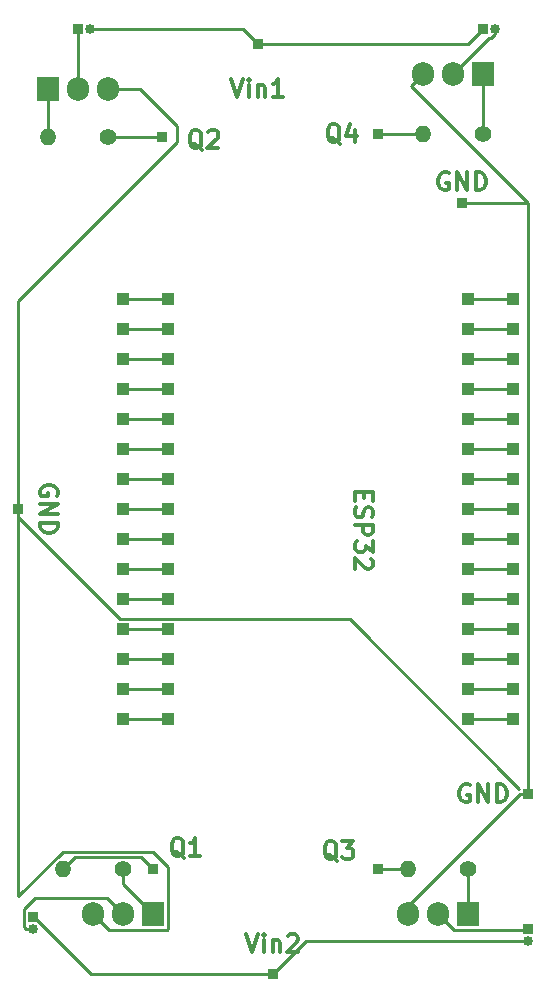
<source format=gbr>
%TF.GenerationSoftware,KiCad,Pcbnew,(5.1.10)-1*%
%TF.CreationDate,2021-10-03T01:52:34+02:00*%
%TF.ProjectId,no 1,6e6f2031-2e6b-4696-9361-645f70636258,rev?*%
%TF.SameCoordinates,Original*%
%TF.FileFunction,Copper,L1,Top*%
%TF.FilePolarity,Positive*%
%FSLAX46Y46*%
G04 Gerber Fmt 4.6, Leading zero omitted, Abs format (unit mm)*
G04 Created by KiCad (PCBNEW (5.1.10)-1) date 2021-10-03 01:52:34*
%MOMM*%
%LPD*%
G01*
G04 APERTURE LIST*
%TA.AperFunction,NonConductor*%
%ADD10C,0.300000*%
%TD*%
%TA.AperFunction,ComponentPad*%
%ADD11O,1.400000X1.400000*%
%TD*%
%TA.AperFunction,ComponentPad*%
%ADD12C,1.400000*%
%TD*%
%TA.AperFunction,ComponentPad*%
%ADD13R,0.850000X0.850000*%
%TD*%
%TA.AperFunction,ComponentPad*%
%ADD14R,1.000000X1.000000*%
%TD*%
%TA.AperFunction,ComponentPad*%
%ADD15R,1.905000X2.000000*%
%TD*%
%TA.AperFunction,ComponentPad*%
%ADD16O,1.905000X2.000000*%
%TD*%
%TA.AperFunction,ComponentPad*%
%ADD17O,0.850000X0.850000*%
%TD*%
%TA.AperFunction,Conductor*%
%ADD18C,0.250000*%
%TD*%
G04 APERTURE END LIST*
D10*
X218805142Y-137727428D02*
X218662285Y-137656000D01*
X218519428Y-137513142D01*
X218305142Y-137298857D01*
X218162285Y-137227428D01*
X218019428Y-137227428D01*
X218090857Y-137584571D02*
X217948000Y-137513142D01*
X217805142Y-137370285D01*
X217733714Y-137084571D01*
X217733714Y-136584571D01*
X217805142Y-136298857D01*
X217948000Y-136156000D01*
X218090857Y-136084571D01*
X218376571Y-136084571D01*
X218519428Y-136156000D01*
X218662285Y-136298857D01*
X218733714Y-136584571D01*
X218733714Y-137084571D01*
X218662285Y-137370285D01*
X218519428Y-137513142D01*
X218376571Y-137584571D01*
X218090857Y-137584571D01*
X219233714Y-136084571D02*
X220162285Y-136084571D01*
X219662285Y-136656000D01*
X219876571Y-136656000D01*
X220019428Y-136727428D01*
X220090857Y-136798857D01*
X220162285Y-136941714D01*
X220162285Y-137298857D01*
X220090857Y-137441714D01*
X220019428Y-137513142D01*
X219876571Y-137584571D01*
X219448000Y-137584571D01*
X219305142Y-137513142D01*
X219233714Y-137441714D01*
X205851142Y-137473428D02*
X205708285Y-137402000D01*
X205565428Y-137259142D01*
X205351142Y-137044857D01*
X205208285Y-136973428D01*
X205065428Y-136973428D01*
X205136857Y-137330571D02*
X204994000Y-137259142D01*
X204851142Y-137116285D01*
X204779714Y-136830571D01*
X204779714Y-136330571D01*
X204851142Y-136044857D01*
X204994000Y-135902000D01*
X205136857Y-135830571D01*
X205422571Y-135830571D01*
X205565428Y-135902000D01*
X205708285Y-136044857D01*
X205779714Y-136330571D01*
X205779714Y-136830571D01*
X205708285Y-137116285D01*
X205565428Y-137259142D01*
X205422571Y-137330571D01*
X205136857Y-137330571D01*
X207208285Y-137330571D02*
X206351142Y-137330571D01*
X206779714Y-137330571D02*
X206779714Y-135830571D01*
X206636857Y-136044857D01*
X206494000Y-136187714D01*
X206351142Y-136259142D01*
X219059142Y-77021428D02*
X218916285Y-76950000D01*
X218773428Y-76807142D01*
X218559142Y-76592857D01*
X218416285Y-76521428D01*
X218273428Y-76521428D01*
X218344857Y-76878571D02*
X218202000Y-76807142D01*
X218059142Y-76664285D01*
X217987714Y-76378571D01*
X217987714Y-75878571D01*
X218059142Y-75592857D01*
X218202000Y-75450000D01*
X218344857Y-75378571D01*
X218630571Y-75378571D01*
X218773428Y-75450000D01*
X218916285Y-75592857D01*
X218987714Y-75878571D01*
X218987714Y-76378571D01*
X218916285Y-76664285D01*
X218773428Y-76807142D01*
X218630571Y-76878571D01*
X218344857Y-76878571D01*
X220273428Y-75878571D02*
X220273428Y-76878571D01*
X219916285Y-75307142D02*
X219559142Y-76378571D01*
X220487714Y-76378571D01*
X207375142Y-77529428D02*
X207232285Y-77458000D01*
X207089428Y-77315142D01*
X206875142Y-77100857D01*
X206732285Y-77029428D01*
X206589428Y-77029428D01*
X206660857Y-77386571D02*
X206518000Y-77315142D01*
X206375142Y-77172285D01*
X206303714Y-76886571D01*
X206303714Y-76386571D01*
X206375142Y-76100857D01*
X206518000Y-75958000D01*
X206660857Y-75886571D01*
X206946571Y-75886571D01*
X207089428Y-75958000D01*
X207232285Y-76100857D01*
X207303714Y-76386571D01*
X207303714Y-76886571D01*
X207232285Y-77172285D01*
X207089428Y-77315142D01*
X206946571Y-77386571D01*
X206660857Y-77386571D01*
X207875142Y-76029428D02*
X207946571Y-75958000D01*
X208089428Y-75886571D01*
X208446571Y-75886571D01*
X208589428Y-75958000D01*
X208660857Y-76029428D01*
X208732285Y-76172285D01*
X208732285Y-76315142D01*
X208660857Y-76529428D01*
X207803714Y-77386571D01*
X208732285Y-77386571D01*
X228219142Y-79514000D02*
X228076285Y-79442571D01*
X227862000Y-79442571D01*
X227647714Y-79514000D01*
X227504857Y-79656857D01*
X227433428Y-79799714D01*
X227362000Y-80085428D01*
X227362000Y-80299714D01*
X227433428Y-80585428D01*
X227504857Y-80728285D01*
X227647714Y-80871142D01*
X227862000Y-80942571D01*
X228004857Y-80942571D01*
X228219142Y-80871142D01*
X228290571Y-80799714D01*
X228290571Y-80299714D01*
X228004857Y-80299714D01*
X228933428Y-80942571D02*
X228933428Y-79442571D01*
X229790571Y-80942571D01*
X229790571Y-79442571D01*
X230504857Y-80942571D02*
X230504857Y-79442571D01*
X230862000Y-79442571D01*
X231076285Y-79514000D01*
X231219142Y-79656857D01*
X231290571Y-79799714D01*
X231362000Y-80085428D01*
X231362000Y-80299714D01*
X231290571Y-80585428D01*
X231219142Y-80728285D01*
X231076285Y-80871142D01*
X230862000Y-80942571D01*
X230504857Y-80942571D01*
X221087142Y-106513714D02*
X221087142Y-107013714D01*
X220301428Y-107228000D02*
X220301428Y-106513714D01*
X221801428Y-106513714D01*
X221801428Y-107228000D01*
X220372857Y-107799428D02*
X220301428Y-108013714D01*
X220301428Y-108370857D01*
X220372857Y-108513714D01*
X220444285Y-108585142D01*
X220587142Y-108656571D01*
X220730000Y-108656571D01*
X220872857Y-108585142D01*
X220944285Y-108513714D01*
X221015714Y-108370857D01*
X221087142Y-108085142D01*
X221158571Y-107942285D01*
X221230000Y-107870857D01*
X221372857Y-107799428D01*
X221515714Y-107799428D01*
X221658571Y-107870857D01*
X221730000Y-107942285D01*
X221801428Y-108085142D01*
X221801428Y-108442285D01*
X221730000Y-108656571D01*
X220301428Y-109299428D02*
X221801428Y-109299428D01*
X221801428Y-109870857D01*
X221730000Y-110013714D01*
X221658571Y-110085142D01*
X221515714Y-110156571D01*
X221301428Y-110156571D01*
X221158571Y-110085142D01*
X221087142Y-110013714D01*
X221015714Y-109870857D01*
X221015714Y-109299428D01*
X221801428Y-110656571D02*
X221801428Y-111585142D01*
X221230000Y-111085142D01*
X221230000Y-111299428D01*
X221158571Y-111442285D01*
X221087142Y-111513714D01*
X220944285Y-111585142D01*
X220587142Y-111585142D01*
X220444285Y-111513714D01*
X220372857Y-111442285D01*
X220301428Y-111299428D01*
X220301428Y-110870857D01*
X220372857Y-110728000D01*
X220444285Y-110656571D01*
X221658571Y-112156571D02*
X221730000Y-112228000D01*
X221801428Y-112370857D01*
X221801428Y-112728000D01*
X221730000Y-112870857D01*
X221658571Y-112942285D01*
X221515714Y-113013714D01*
X221372857Y-113013714D01*
X221158571Y-112942285D01*
X220301428Y-112085142D01*
X220301428Y-113013714D01*
X211110000Y-143958571D02*
X211610000Y-145458571D01*
X212110000Y-143958571D01*
X212610000Y-145458571D02*
X212610000Y-144458571D01*
X212610000Y-143958571D02*
X212538571Y-144030000D01*
X212610000Y-144101428D01*
X212681428Y-144030000D01*
X212610000Y-143958571D01*
X212610000Y-144101428D01*
X213324285Y-144458571D02*
X213324285Y-145458571D01*
X213324285Y-144601428D02*
X213395714Y-144530000D01*
X213538571Y-144458571D01*
X213752857Y-144458571D01*
X213895714Y-144530000D01*
X213967142Y-144672857D01*
X213967142Y-145458571D01*
X214610000Y-144101428D02*
X214681428Y-144030000D01*
X214824285Y-143958571D01*
X215181428Y-143958571D01*
X215324285Y-144030000D01*
X215395714Y-144101428D01*
X215467142Y-144244285D01*
X215467142Y-144387142D01*
X215395714Y-144601428D01*
X214538571Y-145458571D01*
X215467142Y-145458571D01*
X209840000Y-71568571D02*
X210340000Y-73068571D01*
X210840000Y-71568571D01*
X211340000Y-73068571D02*
X211340000Y-72068571D01*
X211340000Y-71568571D02*
X211268571Y-71640000D01*
X211340000Y-71711428D01*
X211411428Y-71640000D01*
X211340000Y-71568571D01*
X211340000Y-71711428D01*
X212054285Y-72068571D02*
X212054285Y-73068571D01*
X212054285Y-72211428D02*
X212125714Y-72140000D01*
X212268571Y-72068571D01*
X212482857Y-72068571D01*
X212625714Y-72140000D01*
X212697142Y-72282857D01*
X212697142Y-73068571D01*
X214197142Y-73068571D02*
X213340000Y-73068571D01*
X213768571Y-73068571D02*
X213768571Y-71568571D01*
X213625714Y-71782857D01*
X213482857Y-71925714D01*
X213340000Y-71997142D01*
X229997142Y-131330000D02*
X229854285Y-131258571D01*
X229640000Y-131258571D01*
X229425714Y-131330000D01*
X229282857Y-131472857D01*
X229211428Y-131615714D01*
X229140000Y-131901428D01*
X229140000Y-132115714D01*
X229211428Y-132401428D01*
X229282857Y-132544285D01*
X229425714Y-132687142D01*
X229640000Y-132758571D01*
X229782857Y-132758571D01*
X229997142Y-132687142D01*
X230068571Y-132615714D01*
X230068571Y-132115714D01*
X229782857Y-132115714D01*
X230711428Y-132758571D02*
X230711428Y-131258571D01*
X231568571Y-132758571D01*
X231568571Y-131258571D01*
X232282857Y-132758571D02*
X232282857Y-131258571D01*
X232640000Y-131258571D01*
X232854285Y-131330000D01*
X232997142Y-131472857D01*
X233068571Y-131615714D01*
X233140000Y-131901428D01*
X233140000Y-132115714D01*
X233068571Y-132401428D01*
X232997142Y-132544285D01*
X232854285Y-132687142D01*
X232640000Y-132758571D01*
X232282857Y-132758571D01*
X195060000Y-106807142D02*
X195131428Y-106664285D01*
X195131428Y-106450000D01*
X195060000Y-106235714D01*
X194917142Y-106092857D01*
X194774285Y-106021428D01*
X194488571Y-105950000D01*
X194274285Y-105950000D01*
X193988571Y-106021428D01*
X193845714Y-106092857D01*
X193702857Y-106235714D01*
X193631428Y-106450000D01*
X193631428Y-106592857D01*
X193702857Y-106807142D01*
X193774285Y-106878571D01*
X194274285Y-106878571D01*
X194274285Y-106592857D01*
X193631428Y-107521428D02*
X195131428Y-107521428D01*
X193631428Y-108378571D01*
X195131428Y-108378571D01*
X193631428Y-109092857D02*
X195131428Y-109092857D01*
X195131428Y-109450000D01*
X195060000Y-109664285D01*
X194917142Y-109807142D01*
X194774285Y-109878571D01*
X194488571Y-109950000D01*
X194274285Y-109950000D01*
X193988571Y-109878571D01*
X193845714Y-109807142D01*
X193702857Y-109664285D01*
X193631428Y-109450000D01*
X193631428Y-109092857D01*
D11*
%TO.P,R2,2*%
%TO.N,Net-(Q2-Pad1)*%
X194310000Y-76454000D03*
D12*
%TO.P,R2,1*%
%TO.N,Net-(J5-Pad1)*%
X199390000Y-76454000D03*
%TD*%
D13*
%TO.P,J5,1*%
%TO.N,Net-(J5-Pad1)*%
X203962000Y-76454000D03*
%TD*%
%TO.P,J13,1*%
%TO.N,Net-(J10-Pad1)*%
X229362000Y-82042000D03*
%TD*%
D14*
%TO.P,J13,1*%
%TO.N,Net-(J13-Pad1)*%
X200660000Y-95250000D03*
%TD*%
%TO.P,J13,1*%
%TO.N,Net-(J13-Pad1)*%
X204470000Y-95250000D03*
%TD*%
%TO.P,J13,1*%
%TO.N,Net-(J13-Pad1)*%
X200660000Y-97790000D03*
%TD*%
%TO.P,J13,1*%
%TO.N,Net-(J13-Pad1)*%
X204470000Y-97790000D03*
%TD*%
%TO.P,J14,1*%
%TO.N,Net-(J13-Pad1)*%
X233680000Y-107950000D03*
%TD*%
%TO.P,J14,1*%
%TO.N,Net-(J13-Pad1)*%
X233680000Y-110490000D03*
%TD*%
%TO.P,J14,1*%
%TO.N,Net-(J13-Pad1)*%
X233680000Y-113030000D03*
%TD*%
%TO.P,J14,1*%
%TO.N,Net-(J13-Pad1)*%
X233680000Y-115570000D03*
%TD*%
%TO.P,J14,1*%
%TO.N,Net-(J13-Pad1)*%
X233680000Y-95250000D03*
%TD*%
%TO.P,J14,1*%
%TO.N,Net-(J13-Pad1)*%
X233680000Y-92710000D03*
%TD*%
%TO.P,J14,1*%
%TO.N,Net-(J13-Pad1)*%
X233680000Y-90170000D03*
%TD*%
%TO.P,J14,1*%
%TO.N,Net-(J13-Pad1)*%
X233680000Y-118110000D03*
%TD*%
%TO.P,J14,1*%
%TO.N,Net-(J13-Pad1)*%
X233680000Y-120650000D03*
%TD*%
%TO.P,J14,1*%
%TO.N,Net-(J13-Pad1)*%
X233680000Y-123190000D03*
%TD*%
%TO.P,J14,1*%
%TO.N,Net-(J13-Pad1)*%
X233680000Y-125730000D03*
%TD*%
%TO.P,J14,1*%
%TO.N,Net-(J13-Pad1)*%
X229870000Y-115570000D03*
%TD*%
%TO.P,J14,1*%
%TO.N,Net-(J13-Pad1)*%
X229870000Y-118110000D03*
%TD*%
%TO.P,J14,1*%
%TO.N,Net-(J13-Pad1)*%
X229870000Y-120650000D03*
%TD*%
%TO.P,J14,1*%
%TO.N,Net-(J13-Pad1)*%
X229870000Y-123190000D03*
%TD*%
%TO.P,J14,1*%
%TO.N,Net-(J13-Pad1)*%
X229870000Y-125730000D03*
%TD*%
%TO.P,J14,1*%
%TO.N,Net-(J13-Pad1)*%
X200660000Y-115570000D03*
%TD*%
%TO.P,J14,1*%
%TO.N,Net-(J13-Pad1)*%
X200660000Y-120650000D03*
%TD*%
%TO.P,J14,1*%
%TO.N,Net-(J13-Pad1)*%
X200660000Y-125730000D03*
%TD*%
%TO.P,J14,1*%
%TO.N,Net-(J13-Pad1)*%
X200660000Y-118110000D03*
%TD*%
%TO.P,J14,1*%
%TO.N,Net-(J13-Pad1)*%
X200660000Y-123190000D03*
%TD*%
%TO.P,J14,1*%
%TO.N,Net-(J13-Pad1)*%
X204470000Y-107950000D03*
%TD*%
%TO.P,J14,1*%
%TO.N,Net-(J13-Pad1)*%
X204470000Y-110490000D03*
%TD*%
%TO.P,J14,1*%
%TO.N,Net-(J13-Pad1)*%
X204470000Y-113030000D03*
%TD*%
%TO.P,J14,1*%
%TO.N,Net-(J13-Pad1)*%
X204470000Y-115570000D03*
%TD*%
%TO.P,J14,1*%
%TO.N,Net-(J13-Pad1)*%
X204470000Y-92710000D03*
%TD*%
%TO.P,J14,1*%
%TO.N,Net-(J13-Pad1)*%
X204470000Y-118110000D03*
%TD*%
%TO.P,J14,1*%
%TO.N,Net-(J13-Pad1)*%
X204470000Y-123190000D03*
%TD*%
%TO.P,J14,1*%
%TO.N,Net-(J13-Pad1)*%
X204470000Y-125730000D03*
%TD*%
%TO.P,J14,1*%
%TO.N,Net-(J13-Pad1)*%
X204470000Y-120650000D03*
%TD*%
%TO.P,J14,1*%
%TO.N,Net-(J13-Pad1)*%
X204470000Y-90170000D03*
%TD*%
%TO.P,J13,1*%
%TO.N,Net-(J13-Pad1)*%
X229870000Y-100330000D03*
%TD*%
%TO.P,J13,1*%
%TO.N,Net-(J13-Pad1)*%
X229870000Y-102870000D03*
%TD*%
%TO.P,J13,1*%
%TO.N,Net-(J13-Pad1)*%
X229870000Y-105410000D03*
%TD*%
%TO.P,J13,1*%
%TO.N,Net-(J13-Pad1)*%
X229870000Y-95250000D03*
%TD*%
%TO.P,J13,1*%
%TO.N,Net-(J13-Pad1)*%
X229870000Y-92710000D03*
%TD*%
%TO.P,J13,1*%
%TO.N,Net-(J13-Pad1)*%
X229870000Y-90170000D03*
%TD*%
%TO.P,J13,1*%
%TO.N,Net-(J13-Pad1)*%
X229870000Y-107950000D03*
%TD*%
%TO.P,J13,1*%
%TO.N,Net-(J13-Pad1)*%
X229870000Y-110490000D03*
%TD*%
%TO.P,J13,1*%
%TO.N,Net-(J13-Pad1)*%
X229870000Y-113030000D03*
%TD*%
%TO.P,J13,1*%
%TO.N,Net-(J13-Pad1)*%
X200660000Y-100330000D03*
%TD*%
%TO.P,J13,1*%
%TO.N,Net-(J13-Pad1)*%
X200660000Y-105410000D03*
%TD*%
%TO.P,J13,1*%
%TO.N,Net-(J13-Pad1)*%
X200660000Y-102870000D03*
%TD*%
%TO.P,J13,1*%
%TO.N,Net-(J13-Pad1)*%
X200660000Y-90170000D03*
%TD*%
%TO.P,J13,1*%
%TO.N,Net-(J13-Pad1)*%
X200660000Y-92710000D03*
%TD*%
%TO.P,J13,1*%
%TO.N,Net-(J13-Pad1)*%
X200660000Y-110490000D03*
%TD*%
%TO.P,J13,1*%
%TO.N,Net-(J13-Pad1)*%
X200660000Y-113030000D03*
%TD*%
%TO.P,J13,1*%
%TO.N,Net-(J13-Pad1)*%
X200660000Y-107950000D03*
%TD*%
%TO.P,J13,1*%
%TO.N,Net-(J13-Pad1)*%
X229870000Y-97790000D03*
%TD*%
%TO.P,J13,1*%
%TO.N,Net-(J13-Pad1)*%
X233680000Y-97790000D03*
%TD*%
%TO.P,J13,1*%
%TO.N,Net-(J13-Pad1)*%
X233680000Y-100330000D03*
%TD*%
%TO.P,J13,1*%
%TO.N,Net-(J13-Pad1)*%
X233680000Y-102870000D03*
%TD*%
%TO.P,J13,1*%
%TO.N,Net-(J13-Pad1)*%
X233680000Y-105410000D03*
%TD*%
%TO.P,J13,1*%
%TO.N,Net-(J13-Pad1)*%
X204470000Y-100330000D03*
%TD*%
%TO.P,J13,1*%
%TO.N,Net-(J13-Pad1)*%
X204470000Y-102870000D03*
%TD*%
%TO.P,J13,1*%
%TO.N,Net-(J13-Pad1)*%
X204470000Y-105410000D03*
%TD*%
D15*
%TO.P,Q4,1*%
%TO.N,Net-(Q4-Pad1)*%
X231140000Y-71120000D03*
D16*
%TO.P,Q4,2*%
%TO.N,Net-(J11-Pad2)*%
X228600000Y-71120000D03*
%TO.P,Q4,3*%
%TO.N,Net-(J10-Pad1)*%
X226060000Y-71120000D03*
%TD*%
D17*
%TO.P,J1,2*%
%TO.N,Net-(J1-Pad2)*%
X193040000Y-143510000D03*
D13*
%TO.P,J1,1*%
%TO.N,Net-(J1-Pad1)*%
X193040000Y-142510000D03*
%TD*%
%TO.P,J2,1*%
%TO.N,Net-(J2-Pad1)*%
X196850000Y-67310000D03*
D17*
%TO.P,J2,2*%
%TO.N,Net-(J11-Pad1)*%
X197850000Y-67310000D03*
%TD*%
D13*
%TO.P,J3,1*%
%TO.N,Net-(J10-Pad1)*%
X191770000Y-107950000D03*
%TD*%
%TO.P,J4,1*%
%TO.N,Net-(J4-Pad1)*%
X203200000Y-138430000D03*
%TD*%
%TO.P,J6,1*%
%TO.N,Net-(J1-Pad1)*%
X213360000Y-147320000D03*
%TD*%
%TO.P,J7,1*%
%TO.N,Net-(J11-Pad1)*%
X212090000Y-68580000D03*
%TD*%
%TO.P,J8,1*%
%TO.N,Net-(J8-Pad1)*%
X222250000Y-76200000D03*
%TD*%
%TO.P,J9,1*%
%TO.N,Net-(J9-Pad1)*%
X222250000Y-138430000D03*
%TD*%
%TO.P,J10,1*%
%TO.N,Net-(J10-Pad1)*%
X234950000Y-132080000D03*
%TD*%
D17*
%TO.P,J11,2*%
%TO.N,Net-(J11-Pad2)*%
X232140000Y-67310000D03*
D13*
%TO.P,J11,1*%
%TO.N,Net-(J11-Pad1)*%
X231140000Y-67310000D03*
%TD*%
%TO.P,J12,1*%
%TO.N,Net-(J12-Pad1)*%
X234950000Y-143510000D03*
D17*
%TO.P,J12,2*%
%TO.N,Net-(J1-Pad1)*%
X234950000Y-144510000D03*
%TD*%
D15*
%TO.P,Q1,1*%
%TO.N,Net-(Q1-Pad1)*%
X203200000Y-142240000D03*
D16*
%TO.P,Q1,2*%
%TO.N,Net-(J1-Pad2)*%
X200660000Y-142240000D03*
%TO.P,Q1,3*%
%TO.N,Net-(J10-Pad1)*%
X198120000Y-142240000D03*
%TD*%
%TO.P,Q2,3*%
%TO.N,Net-(J10-Pad1)*%
X199390000Y-72390000D03*
%TO.P,Q2,2*%
%TO.N,Net-(J2-Pad1)*%
X196850000Y-72390000D03*
D15*
%TO.P,Q2,1*%
%TO.N,Net-(Q2-Pad1)*%
X194310000Y-72390000D03*
%TD*%
%TO.P,Q3,1*%
%TO.N,Net-(Q3-Pad1)*%
X229870000Y-142240000D03*
D16*
%TO.P,Q3,2*%
%TO.N,Net-(J12-Pad1)*%
X227330000Y-142240000D03*
%TO.P,Q3,3*%
%TO.N,Net-(J10-Pad1)*%
X224790000Y-142240000D03*
%TD*%
D11*
%TO.P,R1,2*%
%TO.N,Net-(J4-Pad1)*%
X195580000Y-138430000D03*
D12*
%TO.P,R1,1*%
%TO.N,Net-(Q1-Pad1)*%
X200660000Y-138430000D03*
%TD*%
%TO.P,R3,1*%
%TO.N,Net-(Q3-Pad1)*%
X229870000Y-138430000D03*
D11*
%TO.P,R3,2*%
%TO.N,Net-(J9-Pad1)*%
X224790000Y-138430000D03*
%TD*%
%TO.P,R4,2*%
%TO.N,Net-(J8-Pad1)*%
X226060000Y-76200000D03*
D12*
%TO.P,R4,1*%
%TO.N,Net-(Q4-Pad1)*%
X231140000Y-76200000D03*
%TD*%
D18*
%TO.N,Net-(J1-Pad2)*%
X199334990Y-140914990D02*
X200660000Y-142240000D01*
X193200008Y-140914990D02*
X199334990Y-140914990D01*
X192289999Y-141824999D02*
X193200008Y-140914990D01*
X192289999Y-143361039D02*
X192289999Y-141824999D01*
X192438960Y-143510000D02*
X192289999Y-143361039D01*
X193040000Y-143510000D02*
X192438960Y-143510000D01*
%TO.N,Net-(J1-Pad1)*%
X216170000Y-144510000D02*
X213360000Y-147320000D01*
X234950000Y-144510000D02*
X216170000Y-144510000D01*
X193150002Y-142510000D02*
X193040000Y-142510000D01*
X197960002Y-147320000D02*
X193150002Y-142510000D01*
X213360000Y-147320000D02*
X197960002Y-147320000D01*
%TO.N,Net-(J2-Pad1)*%
X196850000Y-67310000D02*
X196850000Y-72390000D01*
%TO.N,Net-(J11-Pad1)*%
X210820000Y-67310000D02*
X212090000Y-68580000D01*
X197850000Y-67310000D02*
X210820000Y-67310000D01*
X229870000Y-68580000D02*
X231140000Y-67310000D01*
X212090000Y-68580000D02*
X229870000Y-68580000D01*
%TO.N,Net-(J4-Pad1)*%
X196605001Y-137404999D02*
X195580000Y-138430000D01*
X202174999Y-137404999D02*
X196605001Y-137404999D01*
X203200000Y-138430000D02*
X202174999Y-137404999D01*
%TO.N,Net-(J5-Pad1)*%
X199390000Y-76454000D02*
X203962000Y-76454000D01*
%TO.N,Net-(J8-Pad1)*%
X222250000Y-76200000D02*
X226060000Y-76200000D01*
%TO.N,Net-(J9-Pad1)*%
X222250000Y-138430000D02*
X224790000Y-138430000D01*
%TO.N,Net-(J10-Pad1)*%
X204412501Y-143565001D02*
X199445001Y-143565001D01*
X204477501Y-143500001D02*
X204412501Y-143565001D01*
X204477501Y-138272499D02*
X204477501Y-143500001D01*
X203159992Y-136954990D02*
X204477501Y-138272499D01*
X195538008Y-136954990D02*
X203159992Y-136954990D01*
X199445001Y-143565001D02*
X198120000Y-142240000D01*
X191770000Y-140722998D02*
X195538008Y-136954990D01*
X191770000Y-107950000D02*
X191770000Y-140722998D01*
X202095002Y-72390000D02*
X199390000Y-72390000D01*
X205220001Y-75514999D02*
X202095002Y-72390000D01*
X191770000Y-90335002D02*
X205220001Y-76885001D01*
X191770000Y-107950000D02*
X191770000Y-90335002D01*
X219839997Y-117284999D02*
X234184988Y-131629990D01*
X200429999Y-117284999D02*
X219839997Y-117284999D01*
X191770000Y-108625000D02*
X200429999Y-117284999D01*
X191770000Y-107950000D02*
X191770000Y-108625000D01*
X226060000Y-71120000D02*
X225034999Y-72145001D01*
X234950000Y-82060002D02*
X234950000Y-132080000D01*
X225034999Y-72145001D02*
X234950000Y-82060002D01*
X224790000Y-141565000D02*
X224790000Y-142240000D01*
X234275000Y-132080000D02*
X224790000Y-141565000D01*
X234950000Y-132080000D02*
X234275000Y-132080000D01*
X234931998Y-82042000D02*
X234950000Y-82060002D01*
X229362000Y-82042000D02*
X234931998Y-82042000D01*
X205220001Y-76885001D02*
X205220001Y-75514999D01*
%TO.N,Net-(J11-Pad2)*%
X231659999Y-68060001D02*
X228600000Y-71120000D01*
X232140000Y-67745002D02*
X231825001Y-68060001D01*
X231825001Y-68060001D02*
X231659999Y-68060001D01*
X232140000Y-67310000D02*
X232140000Y-67745002D01*
%TO.N,Net-(J12-Pad1)*%
X234894999Y-143565001D02*
X234950000Y-143510000D01*
X228657499Y-143565001D02*
X234894999Y-143565001D01*
X227330000Y-142237502D02*
X228657499Y-143565001D01*
X227330000Y-142240000D02*
X227330000Y-142237502D01*
%TO.N,Net-(J13-Pad1)*%
X200660000Y-95250000D02*
X204470000Y-95250000D01*
X204470000Y-97790000D02*
X200660000Y-97790000D01*
X204470000Y-90170000D02*
X200660000Y-90170000D01*
X229870000Y-92710000D02*
X233680000Y-92710000D01*
X233680000Y-90170000D02*
X229870000Y-90170000D01*
X229870000Y-95250000D02*
X233680000Y-95250000D01*
X200660000Y-107950000D02*
X204470000Y-107950000D01*
X204470000Y-110490000D02*
X200660000Y-110490000D01*
X200660000Y-113030000D02*
X204470000Y-113030000D01*
X200660000Y-115570000D02*
X204470000Y-115570000D01*
X204470000Y-118110000D02*
X200660000Y-118110000D01*
X200660000Y-120650000D02*
X204470000Y-120650000D01*
X204470000Y-123190000D02*
X200660000Y-123190000D01*
X200660000Y-125730000D02*
X204470000Y-125730000D01*
X229870000Y-107950000D02*
X233680000Y-107950000D01*
X233680000Y-105410000D02*
X229870000Y-105410000D01*
X229870000Y-102870000D02*
X233680000Y-102870000D01*
X233680000Y-100330000D02*
X229870000Y-100330000D01*
X229870000Y-97790000D02*
X233680000Y-97790000D01*
X233680000Y-110490000D02*
X229870000Y-110490000D01*
X229870000Y-113030000D02*
X233680000Y-113030000D01*
X233680000Y-115570000D02*
X229870000Y-115570000D01*
X229870000Y-118110000D02*
X233680000Y-118110000D01*
X233680000Y-120650000D02*
X229870000Y-120650000D01*
X229870000Y-123190000D02*
X233680000Y-123190000D01*
X233680000Y-125730000D02*
X229870000Y-125730000D01*
X200660000Y-100330000D02*
X204470000Y-100330000D01*
X204470000Y-102870000D02*
X200660000Y-102870000D01*
X200660000Y-105410000D02*
X204470000Y-105410000D01*
X200660000Y-92710000D02*
X204470000Y-92710000D01*
%TO.N,Net-(Q1-Pad1)*%
X200660000Y-139700000D02*
X203200000Y-142240000D01*
X200660000Y-138430000D02*
X200660000Y-139700000D01*
%TO.N,Net-(Q2-Pad1)*%
X194310000Y-76454000D02*
X194310000Y-72390000D01*
%TO.N,Net-(Q3-Pad1)*%
X229870000Y-138430000D02*
X229870000Y-142240000D01*
%TO.N,Net-(Q4-Pad1)*%
X231140000Y-71120000D02*
X231140000Y-76200000D01*
%TD*%
M02*

</source>
